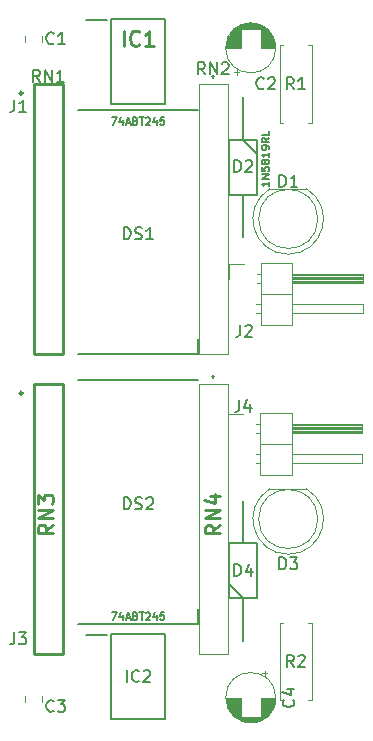
<source format=gbr>
%TF.GenerationSoftware,KiCad,Pcbnew,(6.0.5)*%
%TF.CreationDate,2022-06-30T09:14:24+02:00*%
%TF.ProjectId,Bus Tester,42757320-5465-4737-9465-722e6b696361,rev?*%
%TF.SameCoordinates,Original*%
%TF.FileFunction,Legend,Top*%
%TF.FilePolarity,Positive*%
%FSLAX46Y46*%
G04 Gerber Fmt 4.6, Leading zero omitted, Abs format (unit mm)*
G04 Created by KiCad (PCBNEW (6.0.5)) date 2022-06-30 09:14:24*
%MOMM*%
%LPD*%
G01*
G04 APERTURE LIST*
%ADD10C,0.254000*%
%ADD11C,0.150000*%
%ADD12C,0.100000*%
%ADD13C,0.200000*%
%ADD14C,0.120000*%
G04 APERTURE END LIST*
D10*
%TO.C,RN4*%
X34864523Y-58919904D02*
X34259761Y-59343238D01*
X34864523Y-59645619D02*
X33594523Y-59645619D01*
X33594523Y-59161809D01*
X33655000Y-59040857D01*
X33715476Y-58980380D01*
X33836428Y-58919904D01*
X34017857Y-58919904D01*
X34138809Y-58980380D01*
X34199285Y-59040857D01*
X34259761Y-59161809D01*
X34259761Y-59645619D01*
X34864523Y-58375619D02*
X33594523Y-58375619D01*
X34864523Y-57649904D01*
X33594523Y-57649904D01*
X34017857Y-56500857D02*
X34864523Y-56500857D01*
X33534047Y-56803238D02*
X34441190Y-57105619D01*
X34441190Y-56319428D01*
D11*
%TO.C,RN1*%
X19629523Y-21407380D02*
X19296190Y-20931190D01*
X19058095Y-21407380D02*
X19058095Y-20407380D01*
X19439047Y-20407380D01*
X19534285Y-20455000D01*
X19581904Y-20502619D01*
X19629523Y-20597857D01*
X19629523Y-20740714D01*
X19581904Y-20835952D01*
X19534285Y-20883571D01*
X19439047Y-20931190D01*
X19058095Y-20931190D01*
X20058095Y-21407380D02*
X20058095Y-20407380D01*
X20629523Y-21407380D01*
X20629523Y-20407380D01*
X21629523Y-21407380D02*
X21058095Y-21407380D01*
X21343809Y-21407380D02*
X21343809Y-20407380D01*
X21248571Y-20550238D01*
X21153333Y-20645476D01*
X21058095Y-20693095D01*
%TO.C,J2*%
X36566666Y-41997380D02*
X36566666Y-42711666D01*
X36519047Y-42854523D01*
X36423809Y-42949761D01*
X36280952Y-42997380D01*
X36185714Y-42997380D01*
X36995238Y-42092619D02*
X37042857Y-42045000D01*
X37138095Y-41997380D01*
X37376190Y-41997380D01*
X37471428Y-42045000D01*
X37519047Y-42092619D01*
X37566666Y-42187857D01*
X37566666Y-42283095D01*
X37519047Y-42425952D01*
X36947619Y-42997380D01*
X37566666Y-42997380D01*
%TO.C,C3*%
X20788333Y-74652142D02*
X20740714Y-74699761D01*
X20597857Y-74747380D01*
X20502619Y-74747380D01*
X20359761Y-74699761D01*
X20264523Y-74604523D01*
X20216904Y-74509285D01*
X20169285Y-74318809D01*
X20169285Y-74175952D01*
X20216904Y-73985476D01*
X20264523Y-73890238D01*
X20359761Y-73795000D01*
X20502619Y-73747380D01*
X20597857Y-73747380D01*
X20740714Y-73795000D01*
X20788333Y-73842619D01*
X21121666Y-73747380D02*
X21740714Y-73747380D01*
X21407380Y-74128333D01*
X21550238Y-74128333D01*
X21645476Y-74175952D01*
X21693095Y-74223571D01*
X21740714Y-74318809D01*
X21740714Y-74556904D01*
X21693095Y-74652142D01*
X21645476Y-74699761D01*
X21550238Y-74747380D01*
X21264523Y-74747380D01*
X21169285Y-74699761D01*
X21121666Y-74652142D01*
%TO.C,IC2*%
X26963809Y-72207380D02*
X26963809Y-71207380D01*
X28011428Y-72112142D02*
X27963809Y-72159761D01*
X27820952Y-72207380D01*
X27725714Y-72207380D01*
X27582857Y-72159761D01*
X27487619Y-72064523D01*
X27440000Y-71969285D01*
X27392380Y-71778809D01*
X27392380Y-71635952D01*
X27440000Y-71445476D01*
X27487619Y-71350238D01*
X27582857Y-71255000D01*
X27725714Y-71207380D01*
X27820952Y-71207380D01*
X27963809Y-71255000D01*
X28011428Y-71302619D01*
X28392380Y-71302619D02*
X28440000Y-71255000D01*
X28535238Y-71207380D01*
X28773333Y-71207380D01*
X28868571Y-71255000D01*
X28916190Y-71302619D01*
X28963809Y-71397857D01*
X28963809Y-71493095D01*
X28916190Y-71635952D01*
X28344761Y-72207380D01*
X28963809Y-72207380D01*
X25687261Y-66327261D02*
X26110595Y-66327261D01*
X25838452Y-66962261D01*
X26624642Y-66538928D02*
X26624642Y-66962261D01*
X26473452Y-66297023D02*
X26322261Y-66750595D01*
X26715357Y-66750595D01*
X26927023Y-66780833D02*
X27229404Y-66780833D01*
X26866547Y-66962261D02*
X27078214Y-66327261D01*
X27289880Y-66962261D01*
X27713214Y-66629642D02*
X27803928Y-66659880D01*
X27834166Y-66690119D01*
X27864404Y-66750595D01*
X27864404Y-66841309D01*
X27834166Y-66901785D01*
X27803928Y-66932023D01*
X27743452Y-66962261D01*
X27501547Y-66962261D01*
X27501547Y-66327261D01*
X27713214Y-66327261D01*
X27773690Y-66357500D01*
X27803928Y-66387738D01*
X27834166Y-66448214D01*
X27834166Y-66508690D01*
X27803928Y-66569166D01*
X27773690Y-66599404D01*
X27713214Y-66629642D01*
X27501547Y-66629642D01*
X28045833Y-66327261D02*
X28408690Y-66327261D01*
X28227261Y-66962261D02*
X28227261Y-66327261D01*
X28590119Y-66387738D02*
X28620357Y-66357500D01*
X28680833Y-66327261D01*
X28832023Y-66327261D01*
X28892500Y-66357500D01*
X28922738Y-66387738D01*
X28952976Y-66448214D01*
X28952976Y-66508690D01*
X28922738Y-66599404D01*
X28559880Y-66962261D01*
X28952976Y-66962261D01*
X29497261Y-66538928D02*
X29497261Y-66962261D01*
X29346071Y-66297023D02*
X29194880Y-66750595D01*
X29587976Y-66750595D01*
X30132261Y-66327261D02*
X29829880Y-66327261D01*
X29799642Y-66629642D01*
X29829880Y-66599404D01*
X29890357Y-66569166D01*
X30041547Y-66569166D01*
X30102023Y-66599404D01*
X30132261Y-66629642D01*
X30162500Y-66690119D01*
X30162500Y-66841309D01*
X30132261Y-66901785D01*
X30102023Y-66932023D01*
X30041547Y-66962261D01*
X29890357Y-66962261D01*
X29829880Y-66932023D01*
X29799642Y-66901785D01*
%TO.C,C4*%
X41072142Y-73711666D02*
X41119761Y-73759285D01*
X41167380Y-73902142D01*
X41167380Y-73997380D01*
X41119761Y-74140238D01*
X41024523Y-74235476D01*
X40929285Y-74283095D01*
X40738809Y-74330714D01*
X40595952Y-74330714D01*
X40405476Y-74283095D01*
X40310238Y-74235476D01*
X40215000Y-74140238D01*
X40167380Y-73997380D01*
X40167380Y-73902142D01*
X40215000Y-73759285D01*
X40262619Y-73711666D01*
X40500714Y-72854523D02*
X41167380Y-72854523D01*
X40119761Y-73092619D02*
X40834047Y-73330714D01*
X40834047Y-72711666D01*
%TO.C,RN2*%
X33599523Y-20772380D02*
X33266190Y-20296190D01*
X33028095Y-20772380D02*
X33028095Y-19772380D01*
X33409047Y-19772380D01*
X33504285Y-19820000D01*
X33551904Y-19867619D01*
X33599523Y-19962857D01*
X33599523Y-20105714D01*
X33551904Y-20200952D01*
X33504285Y-20248571D01*
X33409047Y-20296190D01*
X33028095Y-20296190D01*
X34028095Y-20772380D02*
X34028095Y-19772380D01*
X34599523Y-20772380D01*
X34599523Y-19772380D01*
X35028095Y-19867619D02*
X35075714Y-19820000D01*
X35170952Y-19772380D01*
X35409047Y-19772380D01*
X35504285Y-19820000D01*
X35551904Y-19867619D01*
X35599523Y-19962857D01*
X35599523Y-20058095D01*
X35551904Y-20200952D01*
X34980476Y-20772380D01*
X35599523Y-20772380D01*
%TO.C,D4*%
X36091904Y-63252380D02*
X36091904Y-62252380D01*
X36330000Y-62252380D01*
X36472857Y-62300000D01*
X36568095Y-62395238D01*
X36615714Y-62490476D01*
X36663333Y-62680952D01*
X36663333Y-62823809D01*
X36615714Y-63014285D01*
X36568095Y-63109523D01*
X36472857Y-63204761D01*
X36330000Y-63252380D01*
X36091904Y-63252380D01*
X37520476Y-62585714D02*
X37520476Y-63252380D01*
X37282380Y-62204761D02*
X37044285Y-62919047D01*
X37663333Y-62919047D01*
%TO.C,R1*%
X41108333Y-22042380D02*
X40775000Y-21566190D01*
X40536904Y-22042380D02*
X40536904Y-21042380D01*
X40917857Y-21042380D01*
X41013095Y-21090000D01*
X41060714Y-21137619D01*
X41108333Y-21232857D01*
X41108333Y-21375714D01*
X41060714Y-21470952D01*
X41013095Y-21518571D01*
X40917857Y-21566190D01*
X40536904Y-21566190D01*
X42060714Y-22042380D02*
X41489285Y-22042380D01*
X41775000Y-22042380D02*
X41775000Y-21042380D01*
X41679761Y-21185238D01*
X41584523Y-21280476D01*
X41489285Y-21328095D01*
%TO.C,DS2*%
X26725714Y-57602380D02*
X26725714Y-56602380D01*
X26963809Y-56602380D01*
X27106666Y-56650000D01*
X27201904Y-56745238D01*
X27249523Y-56840476D01*
X27297142Y-57030952D01*
X27297142Y-57173809D01*
X27249523Y-57364285D01*
X27201904Y-57459523D01*
X27106666Y-57554761D01*
X26963809Y-57602380D01*
X26725714Y-57602380D01*
X27678095Y-57554761D02*
X27820952Y-57602380D01*
X28059047Y-57602380D01*
X28154285Y-57554761D01*
X28201904Y-57507142D01*
X28249523Y-57411904D01*
X28249523Y-57316666D01*
X28201904Y-57221428D01*
X28154285Y-57173809D01*
X28059047Y-57126190D01*
X27868571Y-57078571D01*
X27773333Y-57030952D01*
X27725714Y-56983333D01*
X27678095Y-56888095D01*
X27678095Y-56792857D01*
X27725714Y-56697619D01*
X27773333Y-56650000D01*
X27868571Y-56602380D01*
X28106666Y-56602380D01*
X28249523Y-56650000D01*
X28630476Y-56697619D02*
X28678095Y-56650000D01*
X28773333Y-56602380D01*
X29011428Y-56602380D01*
X29106666Y-56650000D01*
X29154285Y-56697619D01*
X29201904Y-56792857D01*
X29201904Y-56888095D01*
X29154285Y-57030952D01*
X28582857Y-57602380D01*
X29201904Y-57602380D01*
%TO.C,R2*%
X41108333Y-70937380D02*
X40775000Y-70461190D01*
X40536904Y-70937380D02*
X40536904Y-69937380D01*
X40917857Y-69937380D01*
X41013095Y-69985000D01*
X41060714Y-70032619D01*
X41108333Y-70127857D01*
X41108333Y-70270714D01*
X41060714Y-70365952D01*
X41013095Y-70413571D01*
X40917857Y-70461190D01*
X40536904Y-70461190D01*
X41489285Y-70032619D02*
X41536904Y-69985000D01*
X41632142Y-69937380D01*
X41870238Y-69937380D01*
X41965476Y-69985000D01*
X42013095Y-70032619D01*
X42060714Y-70127857D01*
X42060714Y-70223095D01*
X42013095Y-70365952D01*
X41441666Y-70937380D01*
X42060714Y-70937380D01*
D10*
%TO.C,IC1*%
X26700238Y-18354523D02*
X26700238Y-17084523D01*
X28030714Y-18233571D02*
X27970238Y-18294047D01*
X27788809Y-18354523D01*
X27667857Y-18354523D01*
X27486428Y-18294047D01*
X27365476Y-18173095D01*
X27305000Y-18052142D01*
X27244523Y-17810238D01*
X27244523Y-17628809D01*
X27305000Y-17386904D01*
X27365476Y-17265952D01*
X27486428Y-17145000D01*
X27667857Y-17084523D01*
X27788809Y-17084523D01*
X27970238Y-17145000D01*
X28030714Y-17205476D01*
X29240238Y-18354523D02*
X28514523Y-18354523D01*
X28877380Y-18354523D02*
X28877380Y-17084523D01*
X28756428Y-17265952D01*
X28635476Y-17386904D01*
X28514523Y-17447380D01*
D11*
X25687261Y-24417261D02*
X26110595Y-24417261D01*
X25838452Y-25052261D01*
X26624642Y-24628928D02*
X26624642Y-25052261D01*
X26473452Y-24387023D02*
X26322261Y-24840595D01*
X26715357Y-24840595D01*
X26927023Y-24870833D02*
X27229404Y-24870833D01*
X26866547Y-25052261D02*
X27078214Y-24417261D01*
X27289880Y-25052261D01*
X27713214Y-24719642D02*
X27803928Y-24749880D01*
X27834166Y-24780119D01*
X27864404Y-24840595D01*
X27864404Y-24931309D01*
X27834166Y-24991785D01*
X27803928Y-25022023D01*
X27743452Y-25052261D01*
X27501547Y-25052261D01*
X27501547Y-24417261D01*
X27713214Y-24417261D01*
X27773690Y-24447500D01*
X27803928Y-24477738D01*
X27834166Y-24538214D01*
X27834166Y-24598690D01*
X27803928Y-24659166D01*
X27773690Y-24689404D01*
X27713214Y-24719642D01*
X27501547Y-24719642D01*
X28045833Y-24417261D02*
X28408690Y-24417261D01*
X28227261Y-25052261D02*
X28227261Y-24417261D01*
X28590119Y-24477738D02*
X28620357Y-24447500D01*
X28680833Y-24417261D01*
X28832023Y-24417261D01*
X28892500Y-24447500D01*
X28922738Y-24477738D01*
X28952976Y-24538214D01*
X28952976Y-24598690D01*
X28922738Y-24689404D01*
X28559880Y-25052261D01*
X28952976Y-25052261D01*
X29497261Y-24628928D02*
X29497261Y-25052261D01*
X29346071Y-24387023D02*
X29194880Y-24840595D01*
X29587976Y-24840595D01*
X30132261Y-24417261D02*
X29829880Y-24417261D01*
X29799642Y-24719642D01*
X29829880Y-24689404D01*
X29890357Y-24659166D01*
X30041547Y-24659166D01*
X30102023Y-24689404D01*
X30132261Y-24719642D01*
X30162500Y-24780119D01*
X30162500Y-24931309D01*
X30132261Y-24991785D01*
X30102023Y-25022023D01*
X30041547Y-25052261D01*
X29890357Y-25052261D01*
X29829880Y-25022023D01*
X29799642Y-24991785D01*
%TO.C,D3*%
X39901904Y-62682380D02*
X39901904Y-61682380D01*
X40140000Y-61682380D01*
X40282857Y-61730000D01*
X40378095Y-61825238D01*
X40425714Y-61920476D01*
X40473333Y-62110952D01*
X40473333Y-62253809D01*
X40425714Y-62444285D01*
X40378095Y-62539523D01*
X40282857Y-62634761D01*
X40140000Y-62682380D01*
X39901904Y-62682380D01*
X40806666Y-61682380D02*
X41425714Y-61682380D01*
X41092380Y-62063333D01*
X41235238Y-62063333D01*
X41330476Y-62110952D01*
X41378095Y-62158571D01*
X41425714Y-62253809D01*
X41425714Y-62491904D01*
X41378095Y-62587142D01*
X41330476Y-62634761D01*
X41235238Y-62682380D01*
X40949523Y-62682380D01*
X40854285Y-62634761D01*
X40806666Y-62587142D01*
%TO.C,C1*%
X20788333Y-18137142D02*
X20740714Y-18184761D01*
X20597857Y-18232380D01*
X20502619Y-18232380D01*
X20359761Y-18184761D01*
X20264523Y-18089523D01*
X20216904Y-17994285D01*
X20169285Y-17803809D01*
X20169285Y-17660952D01*
X20216904Y-17470476D01*
X20264523Y-17375238D01*
X20359761Y-17280000D01*
X20502619Y-17232380D01*
X20597857Y-17232380D01*
X20740714Y-17280000D01*
X20788333Y-17327619D01*
X21740714Y-18232380D02*
X21169285Y-18232380D01*
X21455000Y-18232380D02*
X21455000Y-17232380D01*
X21359761Y-17375238D01*
X21264523Y-17470476D01*
X21169285Y-17518095D01*
%TO.C,DS1*%
X26725714Y-34742380D02*
X26725714Y-33742380D01*
X26963809Y-33742380D01*
X27106666Y-33790000D01*
X27201904Y-33885238D01*
X27249523Y-33980476D01*
X27297142Y-34170952D01*
X27297142Y-34313809D01*
X27249523Y-34504285D01*
X27201904Y-34599523D01*
X27106666Y-34694761D01*
X26963809Y-34742380D01*
X26725714Y-34742380D01*
X27678095Y-34694761D02*
X27820952Y-34742380D01*
X28059047Y-34742380D01*
X28154285Y-34694761D01*
X28201904Y-34647142D01*
X28249523Y-34551904D01*
X28249523Y-34456666D01*
X28201904Y-34361428D01*
X28154285Y-34313809D01*
X28059047Y-34266190D01*
X27868571Y-34218571D01*
X27773333Y-34170952D01*
X27725714Y-34123333D01*
X27678095Y-34028095D01*
X27678095Y-33932857D01*
X27725714Y-33837619D01*
X27773333Y-33790000D01*
X27868571Y-33742380D01*
X28106666Y-33742380D01*
X28249523Y-33790000D01*
X29201904Y-34742380D02*
X28630476Y-34742380D01*
X28916190Y-34742380D02*
X28916190Y-33742380D01*
X28820952Y-33885238D01*
X28725714Y-33980476D01*
X28630476Y-34028095D01*
%TO.C,C2*%
X38568333Y-21947142D02*
X38520714Y-21994761D01*
X38377857Y-22042380D01*
X38282619Y-22042380D01*
X38139761Y-21994761D01*
X38044523Y-21899523D01*
X37996904Y-21804285D01*
X37949285Y-21613809D01*
X37949285Y-21470952D01*
X37996904Y-21280476D01*
X38044523Y-21185238D01*
X38139761Y-21090000D01*
X38282619Y-21042380D01*
X38377857Y-21042380D01*
X38520714Y-21090000D01*
X38568333Y-21137619D01*
X38949285Y-21137619D02*
X38996904Y-21090000D01*
X39092142Y-21042380D01*
X39330238Y-21042380D01*
X39425476Y-21090000D01*
X39473095Y-21137619D01*
X39520714Y-21232857D01*
X39520714Y-21328095D01*
X39473095Y-21470952D01*
X38901666Y-22042380D01*
X39520714Y-22042380D01*
%TO.C,J4*%
X36496666Y-48347380D02*
X36496666Y-49061666D01*
X36449047Y-49204523D01*
X36353809Y-49299761D01*
X36210952Y-49347380D01*
X36115714Y-49347380D01*
X37401428Y-48680714D02*
X37401428Y-49347380D01*
X37163333Y-48299761D02*
X36925238Y-49014047D01*
X37544285Y-49014047D01*
D10*
%TO.C,RN3*%
X20730193Y-58891234D02*
X20125431Y-59314568D01*
X20730193Y-59616949D02*
X19460193Y-59616949D01*
X19460193Y-59133139D01*
X19520670Y-59012187D01*
X19581146Y-58951710D01*
X19702098Y-58891234D01*
X19883527Y-58891234D01*
X20004479Y-58951710D01*
X20064955Y-59012187D01*
X20125431Y-59133139D01*
X20125431Y-59616949D01*
X20730193Y-58346949D02*
X19460193Y-58346949D01*
X20730193Y-57621234D01*
X19460193Y-57621234D01*
X19460193Y-57137425D02*
X19460193Y-56351234D01*
X19944003Y-56774568D01*
X19944003Y-56593139D01*
X20004479Y-56472187D01*
X20064955Y-56411710D01*
X20185908Y-56351234D01*
X20488289Y-56351234D01*
X20609241Y-56411710D01*
X20669717Y-56472187D01*
X20730193Y-56593139D01*
X20730193Y-56955996D01*
X20669717Y-57076949D01*
X20609241Y-57137425D01*
D11*
%TO.C,D1*%
X39901904Y-30297380D02*
X39901904Y-29297380D01*
X40140000Y-29297380D01*
X40282857Y-29345000D01*
X40378095Y-29440238D01*
X40425714Y-29535476D01*
X40473333Y-29725952D01*
X40473333Y-29868809D01*
X40425714Y-30059285D01*
X40378095Y-30154523D01*
X40282857Y-30249761D01*
X40140000Y-30297380D01*
X39901904Y-30297380D01*
X41425714Y-30297380D02*
X40854285Y-30297380D01*
X41140000Y-30297380D02*
X41140000Y-29297380D01*
X41044761Y-29440238D01*
X40949523Y-29535476D01*
X40854285Y-29583095D01*
%TO.C,D2*%
X36091904Y-29027380D02*
X36091904Y-28027380D01*
X36330000Y-28027380D01*
X36472857Y-28075000D01*
X36568095Y-28170238D01*
X36615714Y-28265476D01*
X36663333Y-28455952D01*
X36663333Y-28598809D01*
X36615714Y-28789285D01*
X36568095Y-28884523D01*
X36472857Y-28979761D01*
X36330000Y-29027380D01*
X36091904Y-29027380D01*
X37044285Y-28122619D02*
X37091904Y-28075000D01*
X37187142Y-28027380D01*
X37425238Y-28027380D01*
X37520476Y-28075000D01*
X37568095Y-28122619D01*
X37615714Y-28217857D01*
X37615714Y-28313095D01*
X37568095Y-28455952D01*
X36996666Y-29027380D01*
X37615714Y-29027380D01*
X39022261Y-29875238D02*
X39022261Y-30238095D01*
X39022261Y-30056666D02*
X38387261Y-30056666D01*
X38477976Y-30117142D01*
X38538452Y-30177619D01*
X38568690Y-30238095D01*
X39022261Y-29603095D02*
X38387261Y-29603095D01*
X39022261Y-29240238D01*
X38387261Y-29240238D01*
X38387261Y-28635476D02*
X38387261Y-28937857D01*
X38689642Y-28968095D01*
X38659404Y-28937857D01*
X38629166Y-28877380D01*
X38629166Y-28726190D01*
X38659404Y-28665714D01*
X38689642Y-28635476D01*
X38750119Y-28605238D01*
X38901309Y-28605238D01*
X38961785Y-28635476D01*
X38992023Y-28665714D01*
X39022261Y-28726190D01*
X39022261Y-28877380D01*
X38992023Y-28937857D01*
X38961785Y-28968095D01*
X38659404Y-28242380D02*
X38629166Y-28302857D01*
X38598928Y-28333095D01*
X38538452Y-28363333D01*
X38508214Y-28363333D01*
X38447738Y-28333095D01*
X38417500Y-28302857D01*
X38387261Y-28242380D01*
X38387261Y-28121428D01*
X38417500Y-28060952D01*
X38447738Y-28030714D01*
X38508214Y-28000476D01*
X38538452Y-28000476D01*
X38598928Y-28030714D01*
X38629166Y-28060952D01*
X38659404Y-28121428D01*
X38659404Y-28242380D01*
X38689642Y-28302857D01*
X38719880Y-28333095D01*
X38780357Y-28363333D01*
X38901309Y-28363333D01*
X38961785Y-28333095D01*
X38992023Y-28302857D01*
X39022261Y-28242380D01*
X39022261Y-28121428D01*
X38992023Y-28060952D01*
X38961785Y-28030714D01*
X38901309Y-28000476D01*
X38780357Y-28000476D01*
X38719880Y-28030714D01*
X38689642Y-28060952D01*
X38659404Y-28121428D01*
X39022261Y-27395714D02*
X39022261Y-27758571D01*
X39022261Y-27577142D02*
X38387261Y-27577142D01*
X38477976Y-27637619D01*
X38538452Y-27698095D01*
X38568690Y-27758571D01*
X39022261Y-27093333D02*
X39022261Y-26972380D01*
X38992023Y-26911904D01*
X38961785Y-26881666D01*
X38871071Y-26821190D01*
X38750119Y-26790952D01*
X38508214Y-26790952D01*
X38447738Y-26821190D01*
X38417500Y-26851428D01*
X38387261Y-26911904D01*
X38387261Y-27032857D01*
X38417500Y-27093333D01*
X38447738Y-27123571D01*
X38508214Y-27153809D01*
X38659404Y-27153809D01*
X38719880Y-27123571D01*
X38750119Y-27093333D01*
X38780357Y-27032857D01*
X38780357Y-26911904D01*
X38750119Y-26851428D01*
X38719880Y-26821190D01*
X38659404Y-26790952D01*
X39022261Y-26155952D02*
X38719880Y-26367619D01*
X39022261Y-26518809D02*
X38387261Y-26518809D01*
X38387261Y-26276904D01*
X38417500Y-26216428D01*
X38447738Y-26186190D01*
X38508214Y-26155952D01*
X38598928Y-26155952D01*
X38659404Y-26186190D01*
X38689642Y-26216428D01*
X38719880Y-26276904D01*
X38719880Y-26518809D01*
X39022261Y-25581428D02*
X39022261Y-25883809D01*
X38387261Y-25883809D01*
%TO.C,J1*%
X17446666Y-22947380D02*
X17446666Y-23661666D01*
X17399047Y-23804523D01*
X17303809Y-23899761D01*
X17160952Y-23947380D01*
X17065714Y-23947380D01*
X18446666Y-23947380D02*
X17875238Y-23947380D01*
X18160952Y-23947380D02*
X18160952Y-22947380D01*
X18065714Y-23090238D01*
X17970476Y-23185476D01*
X17875238Y-23233095D01*
%TO.C,J3*%
X17446666Y-68032380D02*
X17446666Y-68746666D01*
X17399047Y-68889523D01*
X17303809Y-68984761D01*
X17160952Y-69032380D01*
X17065714Y-69032380D01*
X17827619Y-68032380D02*
X18446666Y-68032380D01*
X18113333Y-68413333D01*
X18256190Y-68413333D01*
X18351428Y-68460952D01*
X18399047Y-68508571D01*
X18446666Y-68603809D01*
X18446666Y-68841904D01*
X18399047Y-68937142D01*
X18351428Y-68984761D01*
X18256190Y-69032380D01*
X17970476Y-69032380D01*
X17875238Y-68984761D01*
X17827619Y-68937142D01*
D12*
%TO.C,RN4*%
X33045000Y-69825000D02*
X33045000Y-47015000D01*
D13*
X34290000Y-46260000D02*
X34290000Y-46260000D01*
X34290000Y-46460000D02*
X34290000Y-46460000D01*
D12*
X35535000Y-47015000D02*
X35535000Y-69825000D01*
X35535000Y-69825000D02*
X33045000Y-69825000D01*
X33045000Y-47015000D02*
X35535000Y-47015000D01*
D13*
X34290000Y-46460000D02*
G75*
G03*
X34290000Y-46260000I0J100000D01*
G01*
X34290000Y-46260000D02*
G75*
G03*
X34290000Y-46460000I0J-100000D01*
G01*
D10*
%TO.C,RN1*%
X21565000Y-44425000D02*
X19075000Y-44425000D01*
X21565000Y-21615000D02*
X21565000Y-44425000D01*
X19075000Y-44425000D02*
X19075000Y-21615000D01*
X19075000Y-21615000D02*
X21565000Y-21615000D01*
X18140905Y-22366665D02*
G75*
G03*
X18140905Y-22366665I-122235J0D01*
G01*
D14*
%TO.C,J2*%
X37942929Y-41015000D02*
X38340000Y-41015000D01*
X47000000Y-40255000D02*
X47000000Y-41015000D01*
X41000000Y-36765000D02*
X38340000Y-36765000D01*
X47000000Y-38475000D02*
X41000000Y-38475000D01*
X47000000Y-41015000D02*
X41000000Y-41015000D01*
X41000000Y-41965000D02*
X41000000Y-36765000D01*
X41000000Y-40255000D02*
X47000000Y-40255000D01*
X41000000Y-37715000D02*
X47000000Y-37715000D01*
X38340000Y-39365000D02*
X41000000Y-39365000D01*
X41000000Y-38015000D02*
X47000000Y-38015000D01*
X41000000Y-37775000D02*
X47000000Y-37775000D01*
X47000000Y-37715000D02*
X47000000Y-38475000D01*
X38010000Y-38475000D02*
X38340000Y-38475000D01*
X38340000Y-36765000D02*
X38340000Y-41965000D01*
X38010000Y-37715000D02*
X38340000Y-37715000D01*
X41000000Y-38255000D02*
X47000000Y-38255000D01*
X41000000Y-38375000D02*
X47000000Y-38375000D01*
X41000000Y-37895000D02*
X47000000Y-37895000D01*
X35630000Y-36825000D02*
X36900000Y-36825000D01*
X41000000Y-38135000D02*
X47000000Y-38135000D01*
X35630000Y-38095000D02*
X35630000Y-36825000D01*
X37942929Y-40255000D02*
X38340000Y-40255000D01*
X38340000Y-41965000D02*
X41000000Y-41965000D01*
%TO.C,C3*%
X18315000Y-73921252D02*
X18315000Y-73398748D01*
X19785000Y-73921252D02*
X19785000Y-73398748D01*
D13*
%TO.C,IC2*%
X25640000Y-75355000D02*
X25640000Y-68155000D01*
X30240000Y-68155000D02*
X30240000Y-75355000D01*
X23490000Y-68255000D02*
X25290000Y-68255000D01*
X30240000Y-75355000D02*
X25640000Y-75355000D01*
X25640000Y-68155000D02*
X30240000Y-68155000D01*
D14*
%TO.C,C4*%
X36625000Y-74666000D02*
X35705000Y-74666000D01*
X36625000Y-73745000D02*
X35394000Y-73745000D01*
X39536000Y-73745000D02*
X38305000Y-73745000D01*
X39419000Y-74266000D02*
X38305000Y-74266000D01*
X36625000Y-74065000D02*
X35449000Y-74065000D01*
X36625000Y-74426000D02*
X35576000Y-74426000D01*
X39295000Y-74546000D02*
X38305000Y-74546000D01*
X39539000Y-73705000D02*
X38305000Y-73705000D01*
X38129000Y-75546000D02*
X36801000Y-75546000D01*
X39052000Y-74906000D02*
X38305000Y-74906000D01*
X36625000Y-74346000D02*
X35541000Y-74346000D01*
X38478000Y-75386000D02*
X36452000Y-75386000D01*
X36625000Y-75106000D02*
X36069000Y-75106000D01*
X36625000Y-73705000D02*
X35391000Y-73705000D01*
X38903000Y-75066000D02*
X38305000Y-75066000D01*
X36625000Y-75026000D02*
X35987000Y-75026000D01*
X39544000Y-73625000D02*
X38305000Y-73625000D01*
X39173000Y-74746000D02*
X38305000Y-74746000D01*
X39273000Y-74586000D02*
X38305000Y-74586000D01*
X39225000Y-74666000D02*
X38305000Y-74666000D01*
X36625000Y-73625000D02*
X35386000Y-73625000D01*
X39405000Y-74306000D02*
X38305000Y-74306000D01*
X39354000Y-74426000D02*
X38305000Y-74426000D01*
X38981000Y-74986000D02*
X38305000Y-74986000D01*
X36625000Y-74986000D02*
X35949000Y-74986000D01*
X38943000Y-75026000D02*
X38305000Y-75026000D01*
X36625000Y-74906000D02*
X35878000Y-74906000D01*
X39515000Y-73905000D02*
X38305000Y-73905000D01*
X36625000Y-73545000D02*
X35385000Y-73545000D01*
X39490000Y-74025000D02*
X38305000Y-74025000D01*
X36625000Y-74626000D02*
X35680000Y-74626000D01*
X38860000Y-71475199D02*
X38460000Y-71475199D01*
X39145000Y-74786000D02*
X38305000Y-74786000D01*
X36625000Y-74145000D02*
X35471000Y-74145000D01*
X39115000Y-74826000D02*
X38305000Y-74826000D01*
X38719000Y-75226000D02*
X36211000Y-75226000D01*
X36625000Y-73985000D02*
X35431000Y-73985000D01*
X39084000Y-74866000D02*
X38305000Y-74866000D01*
X39532000Y-73785000D02*
X38305000Y-73785000D01*
X36625000Y-74546000D02*
X35635000Y-74546000D01*
X36625000Y-74586000D02*
X35657000Y-74586000D01*
X39499000Y-73985000D02*
X38305000Y-73985000D01*
X39507000Y-73945000D02*
X38305000Y-73945000D01*
X38233000Y-75506000D02*
X36697000Y-75506000D01*
X36625000Y-73865000D02*
X35409000Y-73865000D01*
X39200000Y-74706000D02*
X38305000Y-74706000D01*
X39527000Y-73825000D02*
X38305000Y-73825000D01*
X36625000Y-75066000D02*
X36027000Y-75066000D01*
X36625000Y-74185000D02*
X35483000Y-74185000D01*
X39447000Y-74185000D02*
X38305000Y-74185000D01*
X38607000Y-75306000D02*
X36323000Y-75306000D01*
X39433000Y-74225000D02*
X38305000Y-74225000D01*
X36625000Y-74946000D02*
X35913000Y-74946000D01*
X38545000Y-75346000D02*
X36385000Y-75346000D01*
X39459000Y-74145000D02*
X38305000Y-74145000D01*
X36625000Y-74706000D02*
X35730000Y-74706000D01*
X39335000Y-74466000D02*
X38305000Y-74466000D01*
X39372000Y-74386000D02*
X38305000Y-74386000D01*
X38769000Y-75186000D02*
X36161000Y-75186000D01*
X39316000Y-74506000D02*
X38305000Y-74506000D01*
X36625000Y-73905000D02*
X35415000Y-73905000D01*
X39542000Y-73665000D02*
X38305000Y-73665000D01*
X36625000Y-73785000D02*
X35398000Y-73785000D01*
X37835000Y-75626000D02*
X37095000Y-75626000D01*
X36625000Y-74025000D02*
X35440000Y-74025000D01*
X36625000Y-74105000D02*
X35460000Y-74105000D01*
X38324000Y-75466000D02*
X36606000Y-75466000D01*
X39521000Y-73865000D02*
X38305000Y-73865000D01*
X36625000Y-73585000D02*
X35385000Y-73585000D01*
X36625000Y-74866000D02*
X35846000Y-74866000D01*
X39470000Y-74105000D02*
X38305000Y-74105000D01*
X38002000Y-75586000D02*
X36928000Y-75586000D01*
X39545000Y-73585000D02*
X38305000Y-73585000D01*
X38660000Y-71275199D02*
X38660000Y-71675199D01*
X39481000Y-74065000D02*
X38305000Y-74065000D01*
X36625000Y-73825000D02*
X35403000Y-73825000D01*
X38665000Y-75266000D02*
X36265000Y-75266000D01*
X36625000Y-74466000D02*
X35595000Y-74466000D01*
X36625000Y-74266000D02*
X35511000Y-74266000D01*
X38861000Y-75106000D02*
X38305000Y-75106000D01*
X36625000Y-73945000D02*
X35423000Y-73945000D01*
X39017000Y-74946000D02*
X38305000Y-74946000D01*
X36625000Y-74386000D02*
X35558000Y-74386000D01*
X36625000Y-74306000D02*
X35525000Y-74306000D01*
X39545000Y-73545000D02*
X38305000Y-73545000D01*
X36625000Y-74225000D02*
X35497000Y-74225000D01*
X38816000Y-75146000D02*
X36114000Y-75146000D01*
X36625000Y-74826000D02*
X35815000Y-74826000D01*
X36625000Y-73665000D02*
X35388000Y-73665000D01*
X39250000Y-74626000D02*
X38305000Y-74626000D01*
X36625000Y-74746000D02*
X35757000Y-74746000D01*
X39389000Y-74346000D02*
X38305000Y-74346000D01*
X38405000Y-75426000D02*
X36525000Y-75426000D01*
X36625000Y-74506000D02*
X35614000Y-74506000D01*
X36625000Y-74786000D02*
X35785000Y-74786000D01*
X39585000Y-73545000D02*
G75*
G03*
X39585000Y-73545000I-2120000J0D01*
G01*
D12*
%TO.C,RN2*%
X33045000Y-44425000D02*
X33045000Y-21615000D01*
D13*
X34290000Y-21060000D02*
X34290000Y-21060000D01*
D12*
X35535000Y-44425000D02*
X33045000Y-44425000D01*
X33045000Y-21615000D02*
X35535000Y-21615000D01*
X35535000Y-21615000D02*
X35535000Y-44425000D01*
D13*
X34290000Y-20860000D02*
X34290000Y-20860000D01*
X34290000Y-20860000D02*
G75*
G03*
X34290000Y-21060000I0J-100000D01*
G01*
X34290000Y-21060000D02*
G75*
G03*
X34290000Y-20860000I0J100000D01*
G01*
%TO.C,D4*%
X36830500Y-60482000D02*
X36830500Y-56888000D01*
X36830500Y-68712000D02*
X36830500Y-65118000D01*
X38018500Y-60482000D02*
X38018500Y-65118000D01*
X35642500Y-60482000D02*
X38018500Y-60482000D01*
X36830500Y-65118000D02*
X35642500Y-63930000D01*
X38018500Y-65118000D02*
X35642500Y-65118000D01*
X35642500Y-65118000D02*
X35642500Y-60482000D01*
D14*
%TO.C,R1*%
X42315000Y-24860000D02*
X42645000Y-24860000D01*
X42645000Y-18320000D02*
X42315000Y-18320000D01*
X39905000Y-24860000D02*
X39905000Y-18320000D01*
X42645000Y-24860000D02*
X42645000Y-18320000D01*
X40235000Y-24860000D02*
X39905000Y-24860000D01*
X39905000Y-18320000D02*
X40235000Y-18320000D01*
D13*
%TO.C,DS2*%
X33020000Y-67310000D02*
X33020000Y-66040000D01*
X33020000Y-46685200D02*
X22860000Y-46685200D01*
X22860000Y-67310000D02*
X33020000Y-67310000D01*
D14*
%TO.C,R2*%
X42315000Y-67215000D02*
X42645000Y-67215000D01*
X39905000Y-67215000D02*
X39905000Y-73755000D01*
X39905000Y-73755000D02*
X40235000Y-73755000D01*
X42645000Y-73755000D02*
X42315000Y-73755000D01*
X40235000Y-67215000D02*
X39905000Y-67215000D01*
X42645000Y-67215000D02*
X42645000Y-73755000D01*
D13*
%TO.C,IC1*%
X23490000Y-16185000D02*
X25290000Y-16185000D01*
X30240000Y-16085000D02*
X30240000Y-23285000D01*
X30240000Y-23285000D02*
X25640000Y-23285000D01*
X25640000Y-16085000D02*
X30240000Y-16085000D01*
X25640000Y-23285000D02*
X25640000Y-16085000D01*
D14*
%TO.C,D3*%
X42185000Y-55860000D02*
X39095000Y-55860000D01*
X39095170Y-55860000D02*
G75*
G03*
X40640462Y-61410000I1544830J-2560000D01*
G01*
X40639538Y-61410000D02*
G75*
G03*
X42184830Y-55860000I462J2990000D01*
G01*
X43140000Y-58420000D02*
G75*
G03*
X43140000Y-58420000I-2500000J0D01*
G01*
%TO.C,C1*%
X19785000Y-18041252D02*
X19785000Y-17518748D01*
X18315000Y-18041252D02*
X18315000Y-17518748D01*
D13*
%TO.C,DS1*%
X33018000Y-44450000D02*
X33018000Y-43180000D01*
X33018000Y-23825200D02*
X22858000Y-23825200D01*
X22858000Y-44450000D02*
X33018000Y-44450000D01*
D14*
%TO.C,C2*%
X36027000Y-17009000D02*
X36625000Y-17009000D01*
X38305000Y-18290000D02*
X39532000Y-18290000D01*
X35785000Y-17289000D02*
X36625000Y-17289000D01*
X35614000Y-17569000D02*
X36625000Y-17569000D01*
X35415000Y-18170000D02*
X36625000Y-18170000D01*
X38305000Y-18450000D02*
X39544000Y-18450000D01*
X38305000Y-17970000D02*
X39470000Y-17970000D01*
X38305000Y-18130000D02*
X39507000Y-18130000D01*
X38305000Y-17689000D02*
X39372000Y-17689000D01*
X35525000Y-17769000D02*
X36625000Y-17769000D01*
X35757000Y-17329000D02*
X36625000Y-17329000D01*
X35394000Y-18330000D02*
X36625000Y-18330000D01*
X38305000Y-17129000D02*
X39017000Y-17129000D01*
X38305000Y-17649000D02*
X39354000Y-17649000D01*
X36385000Y-16729000D02*
X38545000Y-16729000D01*
X36323000Y-16769000D02*
X38607000Y-16769000D01*
X35385000Y-18490000D02*
X36625000Y-18490000D01*
X38305000Y-18010000D02*
X39481000Y-18010000D01*
X38305000Y-17850000D02*
X39433000Y-17850000D01*
X35388000Y-18410000D02*
X36625000Y-18410000D01*
X38305000Y-17249000D02*
X39115000Y-17249000D01*
X38305000Y-18530000D02*
X39545000Y-18530000D01*
X38305000Y-17809000D02*
X39419000Y-17809000D01*
X35541000Y-17729000D02*
X36625000Y-17729000D01*
X36161000Y-16889000D02*
X38769000Y-16889000D01*
X38305000Y-17890000D02*
X39447000Y-17890000D01*
X35987000Y-17049000D02*
X36625000Y-17049000D01*
X38305000Y-18370000D02*
X39539000Y-18370000D01*
X35386000Y-18450000D02*
X36625000Y-18450000D01*
X36928000Y-16489000D02*
X38002000Y-16489000D01*
X38305000Y-18490000D02*
X39545000Y-18490000D01*
X35846000Y-17209000D02*
X36625000Y-17209000D01*
X35460000Y-17970000D02*
X36625000Y-17970000D01*
X36270000Y-20799801D02*
X36270000Y-20399801D01*
X38305000Y-17609000D02*
X39335000Y-17609000D01*
X38305000Y-17930000D02*
X39459000Y-17930000D01*
X35409000Y-18210000D02*
X36625000Y-18210000D01*
X38305000Y-17409000D02*
X39225000Y-17409000D01*
X38305000Y-17289000D02*
X39145000Y-17289000D01*
X38305000Y-17529000D02*
X39295000Y-17529000D01*
X38305000Y-18410000D02*
X39542000Y-18410000D01*
X36114000Y-16929000D02*
X38816000Y-16929000D01*
X37095000Y-16449000D02*
X37835000Y-16449000D01*
X35635000Y-17529000D02*
X36625000Y-17529000D01*
X35558000Y-17689000D02*
X36625000Y-17689000D01*
X35949000Y-17089000D02*
X36625000Y-17089000D01*
X38305000Y-17329000D02*
X39173000Y-17329000D01*
X36069000Y-16969000D02*
X36625000Y-16969000D01*
X35680000Y-17449000D02*
X36625000Y-17449000D01*
X38305000Y-17169000D02*
X39052000Y-17169000D01*
X38305000Y-17049000D02*
X38943000Y-17049000D01*
X36070000Y-20599801D02*
X36470000Y-20599801D01*
X38305000Y-17369000D02*
X39200000Y-17369000D01*
X38305000Y-18330000D02*
X39536000Y-18330000D01*
X35705000Y-17409000D02*
X36625000Y-17409000D01*
X35391000Y-18370000D02*
X36625000Y-18370000D01*
X35471000Y-17930000D02*
X36625000Y-17930000D01*
X35657000Y-17489000D02*
X36625000Y-17489000D01*
X38305000Y-17209000D02*
X39084000Y-17209000D01*
X35483000Y-17890000D02*
X36625000Y-17890000D01*
X35913000Y-17129000D02*
X36625000Y-17129000D01*
X35431000Y-18090000D02*
X36625000Y-18090000D01*
X38305000Y-17569000D02*
X39316000Y-17569000D01*
X36606000Y-16609000D02*
X38324000Y-16609000D01*
X38305000Y-18250000D02*
X39527000Y-18250000D01*
X35576000Y-17649000D02*
X36625000Y-17649000D01*
X38305000Y-17489000D02*
X39273000Y-17489000D01*
X35398000Y-18290000D02*
X36625000Y-18290000D01*
X35440000Y-18050000D02*
X36625000Y-18050000D01*
X38305000Y-18090000D02*
X39499000Y-18090000D01*
X35403000Y-18250000D02*
X36625000Y-18250000D01*
X35730000Y-17369000D02*
X36625000Y-17369000D01*
X36211000Y-16849000D02*
X38719000Y-16849000D01*
X35595000Y-17609000D02*
X36625000Y-17609000D01*
X38305000Y-17449000D02*
X39250000Y-17449000D01*
X38305000Y-18050000D02*
X39490000Y-18050000D01*
X36525000Y-16649000D02*
X38405000Y-16649000D01*
X38305000Y-16969000D02*
X38861000Y-16969000D01*
X36452000Y-16689000D02*
X38478000Y-16689000D01*
X38305000Y-18170000D02*
X39515000Y-18170000D01*
X38305000Y-18210000D02*
X39521000Y-18210000D01*
X35878000Y-17169000D02*
X36625000Y-17169000D01*
X35423000Y-18130000D02*
X36625000Y-18130000D01*
X35449000Y-18010000D02*
X36625000Y-18010000D01*
X35497000Y-17850000D02*
X36625000Y-17850000D01*
X35815000Y-17249000D02*
X36625000Y-17249000D01*
X35385000Y-18530000D02*
X36625000Y-18530000D01*
X38305000Y-17729000D02*
X39389000Y-17729000D01*
X36801000Y-16529000D02*
X38129000Y-16529000D01*
X38305000Y-17769000D02*
X39405000Y-17769000D01*
X38305000Y-17009000D02*
X38903000Y-17009000D01*
X36265000Y-16809000D02*
X38665000Y-16809000D01*
X36697000Y-16569000D02*
X38233000Y-16569000D01*
X38305000Y-17089000D02*
X38981000Y-17089000D01*
X35511000Y-17809000D02*
X36625000Y-17809000D01*
X39585000Y-18530000D02*
G75*
G03*
X39585000Y-18530000I-2120000J0D01*
G01*
%TO.C,J4*%
X46930000Y-53720000D02*
X40930000Y-53720000D01*
X46930000Y-52960000D02*
X46930000Y-53720000D01*
X35560000Y-50800000D02*
X35560000Y-49530000D01*
X40930000Y-52960000D02*
X46930000Y-52960000D01*
X40930000Y-50480000D02*
X46930000Y-50480000D01*
X37872929Y-52960000D02*
X38270000Y-52960000D01*
X40930000Y-50600000D02*
X46930000Y-50600000D01*
X40930000Y-50840000D02*
X46930000Y-50840000D01*
X40930000Y-50960000D02*
X46930000Y-50960000D01*
X35560000Y-49530000D02*
X36830000Y-49530000D01*
X37940000Y-51180000D02*
X38270000Y-51180000D01*
X38270000Y-52070000D02*
X40930000Y-52070000D01*
X40930000Y-51080000D02*
X46930000Y-51080000D01*
X40930000Y-54670000D02*
X40930000Y-49470000D01*
X46930000Y-51180000D02*
X40930000Y-51180000D01*
X37872929Y-53720000D02*
X38270000Y-53720000D01*
X40930000Y-49470000D02*
X38270000Y-49470000D01*
X40930000Y-50720000D02*
X46930000Y-50720000D01*
X38270000Y-54670000D02*
X40930000Y-54670000D01*
X46930000Y-50420000D02*
X46930000Y-51180000D01*
X38270000Y-49470000D02*
X38270000Y-54670000D01*
X40930000Y-50420000D02*
X46930000Y-50420000D01*
X37940000Y-50420000D02*
X38270000Y-50420000D01*
D10*
%TO.C,RN3*%
X21565000Y-47015000D02*
X21565000Y-69825000D01*
X19075000Y-47015000D02*
X21565000Y-47015000D01*
X21565000Y-69825000D02*
X19075000Y-69825000D01*
X19075000Y-69825000D02*
X19075000Y-47015000D01*
X18140905Y-47766665D02*
G75*
G03*
X18140905Y-47766665I-122235J0D01*
G01*
D14*
%TO.C,D1*%
X42185000Y-30455000D02*
X39095000Y-30455000D01*
X39095170Y-30455000D02*
G75*
G03*
X40640462Y-36005000I1544830J-2560000D01*
G01*
X40639538Y-36005000D02*
G75*
G03*
X42184830Y-30455000I462J2990000D01*
G01*
X43140000Y-33015000D02*
G75*
G03*
X43140000Y-33015000I-2500000J0D01*
G01*
D13*
%TO.C,D2*%
X38018500Y-30958000D02*
X35642500Y-30958000D01*
X36830500Y-26322000D02*
X38018500Y-27510000D01*
X38018500Y-26322000D02*
X38018500Y-30958000D01*
X35642500Y-26322000D02*
X38018500Y-26322000D01*
X36830500Y-30958000D02*
X36830500Y-34552000D01*
X36830500Y-22728000D02*
X36830500Y-26322000D01*
X35642500Y-30958000D02*
X35642500Y-26322000D01*
%TD*%
M02*

</source>
